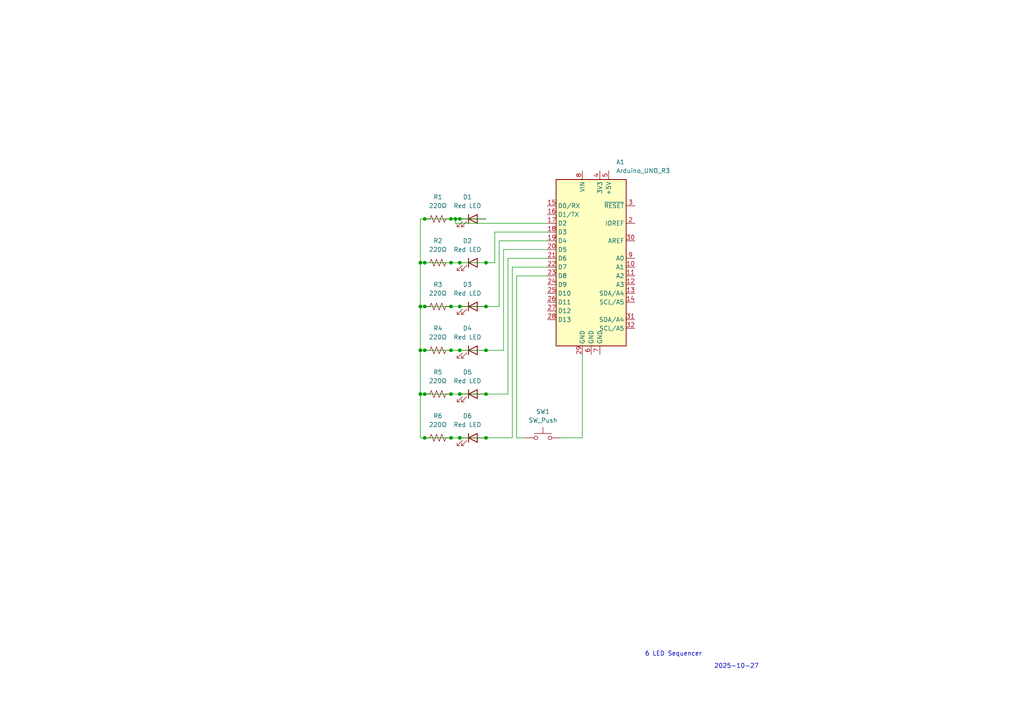
<source format=kicad_sch>
(kicad_sch
	(version 20250114)
	(generator "eeschema")
	(generator_version "9.0")
	(uuid "7595decb-0f21-4aa5-b161-f2a8bc613be9")
	(paper "A4")
	(lib_symbols
		(symbol "Device:LED"
			(pin_numbers
				(hide yes)
			)
			(pin_names
				(offset 1.016)
				(hide yes)
			)
			(exclude_from_sim no)
			(in_bom yes)
			(on_board yes)
			(property "Reference" "D"
				(at 0 2.54 0)
				(effects
					(font
						(size 1.27 1.27)
					)
				)
			)
			(property "Value" "LED"
				(at 0 -2.54 0)
				(effects
					(font
						(size 1.27 1.27)
					)
				)
			)
			(property "Footprint" ""
				(at 0 0 0)
				(effects
					(font
						(size 1.27 1.27)
					)
					(hide yes)
				)
			)
			(property "Datasheet" "~"
				(at 0 0 0)
				(effects
					(font
						(size 1.27 1.27)
					)
					(hide yes)
				)
			)
			(property "Description" "Light emitting diode"
				(at 0 0 0)
				(effects
					(font
						(size 1.27 1.27)
					)
					(hide yes)
				)
			)
			(property "Sim.Pins" "1=K 2=A"
				(at 0 0 0)
				(effects
					(font
						(size 1.27 1.27)
					)
					(hide yes)
				)
			)
			(property "ki_keywords" "LED diode"
				(at 0 0 0)
				(effects
					(font
						(size 1.27 1.27)
					)
					(hide yes)
				)
			)
			(property "ki_fp_filters" "LED* LED_SMD:* LED_THT:*"
				(at 0 0 0)
				(effects
					(font
						(size 1.27 1.27)
					)
					(hide yes)
				)
			)
			(symbol "LED_0_1"
				(polyline
					(pts
						(xy -3.048 -0.762) (xy -4.572 -2.286) (xy -3.81 -2.286) (xy -4.572 -2.286) (xy -4.572 -1.524)
					)
					(stroke
						(width 0)
						(type default)
					)
					(fill
						(type none)
					)
				)
				(polyline
					(pts
						(xy -1.778 -0.762) (xy -3.302 -2.286) (xy -2.54 -2.286) (xy -3.302 -2.286) (xy -3.302 -1.524)
					)
					(stroke
						(width 0)
						(type default)
					)
					(fill
						(type none)
					)
				)
				(polyline
					(pts
						(xy -1.27 0) (xy 1.27 0)
					)
					(stroke
						(width 0)
						(type default)
					)
					(fill
						(type none)
					)
				)
				(polyline
					(pts
						(xy -1.27 -1.27) (xy -1.27 1.27)
					)
					(stroke
						(width 0.254)
						(type default)
					)
					(fill
						(type none)
					)
				)
				(polyline
					(pts
						(xy 1.27 -1.27) (xy 1.27 1.27) (xy -1.27 0) (xy 1.27 -1.27)
					)
					(stroke
						(width 0.254)
						(type default)
					)
					(fill
						(type none)
					)
				)
			)
			(symbol "LED_1_1"
				(pin passive line
					(at -3.81 0 0)
					(length 2.54)
					(name "K"
						(effects
							(font
								(size 1.27 1.27)
							)
						)
					)
					(number "1"
						(effects
							(font
								(size 1.27 1.27)
							)
						)
					)
				)
				(pin passive line
					(at 3.81 0 180)
					(length 2.54)
					(name "A"
						(effects
							(font
								(size 1.27 1.27)
							)
						)
					)
					(number "2"
						(effects
							(font
								(size 1.27 1.27)
							)
						)
					)
				)
			)
			(embedded_fonts no)
		)
		(symbol "Device:R_US"
			(pin_numbers
				(hide yes)
			)
			(pin_names
				(offset 0)
			)
			(exclude_from_sim no)
			(in_bom yes)
			(on_board yes)
			(property "Reference" "R"
				(at 2.54 0 90)
				(effects
					(font
						(size 1.27 1.27)
					)
				)
			)
			(property "Value" "R_US"
				(at -2.54 0 90)
				(effects
					(font
						(size 1.27 1.27)
					)
				)
			)
			(property "Footprint" ""
				(at 1.016 -0.254 90)
				(effects
					(font
						(size 1.27 1.27)
					)
					(hide yes)
				)
			)
			(property "Datasheet" "~"
				(at 0 0 0)
				(effects
					(font
						(size 1.27 1.27)
					)
					(hide yes)
				)
			)
			(property "Description" "Resistor, US symbol"
				(at 0 0 0)
				(effects
					(font
						(size 1.27 1.27)
					)
					(hide yes)
				)
			)
			(property "ki_keywords" "R res resistor"
				(at 0 0 0)
				(effects
					(font
						(size 1.27 1.27)
					)
					(hide yes)
				)
			)
			(property "ki_fp_filters" "R_*"
				(at 0 0 0)
				(effects
					(font
						(size 1.27 1.27)
					)
					(hide yes)
				)
			)
			(symbol "R_US_0_1"
				(polyline
					(pts
						(xy 0 2.286) (xy 0 2.54)
					)
					(stroke
						(width 0)
						(type default)
					)
					(fill
						(type none)
					)
				)
				(polyline
					(pts
						(xy 0 2.286) (xy 1.016 1.905) (xy 0 1.524) (xy -1.016 1.143) (xy 0 0.762)
					)
					(stroke
						(width 0)
						(type default)
					)
					(fill
						(type none)
					)
				)
				(polyline
					(pts
						(xy 0 0.762) (xy 1.016 0.381) (xy 0 0) (xy -1.016 -0.381) (xy 0 -0.762)
					)
					(stroke
						(width 0)
						(type default)
					)
					(fill
						(type none)
					)
				)
				(polyline
					(pts
						(xy 0 -0.762) (xy 1.016 -1.143) (xy 0 -1.524) (xy -1.016 -1.905) (xy 0 -2.286)
					)
					(stroke
						(width 0)
						(type default)
					)
					(fill
						(type none)
					)
				)
				(polyline
					(pts
						(xy 0 -2.286) (xy 0 -2.54)
					)
					(stroke
						(width 0)
						(type default)
					)
					(fill
						(type none)
					)
				)
			)
			(symbol "R_US_1_1"
				(pin passive line
					(at 0 3.81 270)
					(length 1.27)
					(name "~"
						(effects
							(font
								(size 1.27 1.27)
							)
						)
					)
					(number "1"
						(effects
							(font
								(size 1.27 1.27)
							)
						)
					)
				)
				(pin passive line
					(at 0 -3.81 90)
					(length 1.27)
					(name "~"
						(effects
							(font
								(size 1.27 1.27)
							)
						)
					)
					(number "2"
						(effects
							(font
								(size 1.27 1.27)
							)
						)
					)
				)
			)
			(embedded_fonts no)
		)
		(symbol "MCU_Module:Arduino_UNO_R3"
			(exclude_from_sim no)
			(in_bom yes)
			(on_board yes)
			(property "Reference" "A"
				(at -10.16 23.495 0)
				(effects
					(font
						(size 1.27 1.27)
					)
					(justify left bottom)
				)
			)
			(property "Value" "Arduino_UNO_R3"
				(at 5.08 -26.67 0)
				(effects
					(font
						(size 1.27 1.27)
					)
					(justify left top)
				)
			)
			(property "Footprint" "Module:Arduino_UNO_R3"
				(at 0 0 0)
				(effects
					(font
						(size 1.27 1.27)
						(italic yes)
					)
					(hide yes)
				)
			)
			(property "Datasheet" "https://www.arduino.cc/en/Main/arduinoBoardUno"
				(at 0 0 0)
				(effects
					(font
						(size 1.27 1.27)
					)
					(hide yes)
				)
			)
			(property "Description" "Arduino UNO Microcontroller Module, release 3"
				(at 0 0 0)
				(effects
					(font
						(size 1.27 1.27)
					)
					(hide yes)
				)
			)
			(property "ki_keywords" "Arduino UNO R3 Microcontroller Module Atmel AVR USB"
				(at 0 0 0)
				(effects
					(font
						(size 1.27 1.27)
					)
					(hide yes)
				)
			)
			(property "ki_fp_filters" "Arduino*UNO*R3*"
				(at 0 0 0)
				(effects
					(font
						(size 1.27 1.27)
					)
					(hide yes)
				)
			)
			(symbol "Arduino_UNO_R3_0_1"
				(rectangle
					(start -10.16 22.86)
					(end 10.16 -25.4)
					(stroke
						(width 0.254)
						(type default)
					)
					(fill
						(type background)
					)
				)
			)
			(symbol "Arduino_UNO_R3_1_1"
				(pin bidirectional line
					(at -12.7 15.24 0)
					(length 2.54)
					(name "D0/RX"
						(effects
							(font
								(size 1.27 1.27)
							)
						)
					)
					(number "15"
						(effects
							(font
								(size 1.27 1.27)
							)
						)
					)
				)
				(pin bidirectional line
					(at -12.7 12.7 0)
					(length 2.54)
					(name "D1/TX"
						(effects
							(font
								(size 1.27 1.27)
							)
						)
					)
					(number "16"
						(effects
							(font
								(size 1.27 1.27)
							)
						)
					)
				)
				(pin bidirectional line
					(at -12.7 10.16 0)
					(length 2.54)
					(name "D2"
						(effects
							(font
								(size 1.27 1.27)
							)
						)
					)
					(number "17"
						(effects
							(font
								(size 1.27 1.27)
							)
						)
					)
				)
				(pin bidirectional line
					(at -12.7 7.62 0)
					(length 2.54)
					(name "D3"
						(effects
							(font
								(size 1.27 1.27)
							)
						)
					)
					(number "18"
						(effects
							(font
								(size 1.27 1.27)
							)
						)
					)
				)
				(pin bidirectional line
					(at -12.7 5.08 0)
					(length 2.54)
					(name "D4"
						(effects
							(font
								(size 1.27 1.27)
							)
						)
					)
					(number "19"
						(effects
							(font
								(size 1.27 1.27)
							)
						)
					)
				)
				(pin bidirectional line
					(at -12.7 2.54 0)
					(length 2.54)
					(name "D5"
						(effects
							(font
								(size 1.27 1.27)
							)
						)
					)
					(number "20"
						(effects
							(font
								(size 1.27 1.27)
							)
						)
					)
				)
				(pin bidirectional line
					(at -12.7 0 0)
					(length 2.54)
					(name "D6"
						(effects
							(font
								(size 1.27 1.27)
							)
						)
					)
					(number "21"
						(effects
							(font
								(size 1.27 1.27)
							)
						)
					)
				)
				(pin bidirectional line
					(at -12.7 -2.54 0)
					(length 2.54)
					(name "D7"
						(effects
							(font
								(size 1.27 1.27)
							)
						)
					)
					(number "22"
						(effects
							(font
								(size 1.27 1.27)
							)
						)
					)
				)
				(pin bidirectional line
					(at -12.7 -5.08 0)
					(length 2.54)
					(name "D8"
						(effects
							(font
								(size 1.27 1.27)
							)
						)
					)
					(number "23"
						(effects
							(font
								(size 1.27 1.27)
							)
						)
					)
				)
				(pin bidirectional line
					(at -12.7 -7.62 0)
					(length 2.54)
					(name "D9"
						(effects
							(font
								(size 1.27 1.27)
							)
						)
					)
					(number "24"
						(effects
							(font
								(size 1.27 1.27)
							)
						)
					)
				)
				(pin bidirectional line
					(at -12.7 -10.16 0)
					(length 2.54)
					(name "D10"
						(effects
							(font
								(size 1.27 1.27)
							)
						)
					)
					(number "25"
						(effects
							(font
								(size 1.27 1.27)
							)
						)
					)
				)
				(pin bidirectional line
					(at -12.7 -12.7 0)
					(length 2.54)
					(name "D11"
						(effects
							(font
								(size 1.27 1.27)
							)
						)
					)
					(number "26"
						(effects
							(font
								(size 1.27 1.27)
							)
						)
					)
				)
				(pin bidirectional line
					(at -12.7 -15.24 0)
					(length 2.54)
					(name "D12"
						(effects
							(font
								(size 1.27 1.27)
							)
						)
					)
					(number "27"
						(effects
							(font
								(size 1.27 1.27)
							)
						)
					)
				)
				(pin bidirectional line
					(at -12.7 -17.78 0)
					(length 2.54)
					(name "D13"
						(effects
							(font
								(size 1.27 1.27)
							)
						)
					)
					(number "28"
						(effects
							(font
								(size 1.27 1.27)
							)
						)
					)
				)
				(pin no_connect line
					(at -10.16 -20.32 0)
					(length 2.54)
					(hide yes)
					(name "NC"
						(effects
							(font
								(size 1.27 1.27)
							)
						)
					)
					(number "1"
						(effects
							(font
								(size 1.27 1.27)
							)
						)
					)
				)
				(pin power_in line
					(at -2.54 25.4 270)
					(length 2.54)
					(name "VIN"
						(effects
							(font
								(size 1.27 1.27)
							)
						)
					)
					(number "8"
						(effects
							(font
								(size 1.27 1.27)
							)
						)
					)
				)
				(pin power_in line
					(at -2.54 -27.94 90)
					(length 2.54)
					(name "GND"
						(effects
							(font
								(size 1.27 1.27)
							)
						)
					)
					(number "29"
						(effects
							(font
								(size 1.27 1.27)
							)
						)
					)
				)
				(pin power_in line
					(at 0 -27.94 90)
					(length 2.54)
					(name "GND"
						(effects
							(font
								(size 1.27 1.27)
							)
						)
					)
					(number "6"
						(effects
							(font
								(size 1.27 1.27)
							)
						)
					)
				)
				(pin power_out line
					(at 2.54 25.4 270)
					(length 2.54)
					(name "3V3"
						(effects
							(font
								(size 1.27 1.27)
							)
						)
					)
					(number "4"
						(effects
							(font
								(size 1.27 1.27)
							)
						)
					)
				)
				(pin power_in line
					(at 2.54 -27.94 90)
					(length 2.54)
					(name "GND"
						(effects
							(font
								(size 1.27 1.27)
							)
						)
					)
					(number "7"
						(effects
							(font
								(size 1.27 1.27)
							)
						)
					)
				)
				(pin power_out line
					(at 5.08 25.4 270)
					(length 2.54)
					(name "+5V"
						(effects
							(font
								(size 1.27 1.27)
							)
						)
					)
					(number "5"
						(effects
							(font
								(size 1.27 1.27)
							)
						)
					)
				)
				(pin input line
					(at 12.7 15.24 180)
					(length 2.54)
					(name "~{RESET}"
						(effects
							(font
								(size 1.27 1.27)
							)
						)
					)
					(number "3"
						(effects
							(font
								(size 1.27 1.27)
							)
						)
					)
				)
				(pin output line
					(at 12.7 10.16 180)
					(length 2.54)
					(name "IOREF"
						(effects
							(font
								(size 1.27 1.27)
							)
						)
					)
					(number "2"
						(effects
							(font
								(size 1.27 1.27)
							)
						)
					)
				)
				(pin input line
					(at 12.7 5.08 180)
					(length 2.54)
					(name "AREF"
						(effects
							(font
								(size 1.27 1.27)
							)
						)
					)
					(number "30"
						(effects
							(font
								(size 1.27 1.27)
							)
						)
					)
				)
				(pin bidirectional line
					(at 12.7 0 180)
					(length 2.54)
					(name "A0"
						(effects
							(font
								(size 1.27 1.27)
							)
						)
					)
					(number "9"
						(effects
							(font
								(size 1.27 1.27)
							)
						)
					)
				)
				(pin bidirectional line
					(at 12.7 -2.54 180)
					(length 2.54)
					(name "A1"
						(effects
							(font
								(size 1.27 1.27)
							)
						)
					)
					(number "10"
						(effects
							(font
								(size 1.27 1.27)
							)
						)
					)
				)
				(pin bidirectional line
					(at 12.7 -5.08 180)
					(length 2.54)
					(name "A2"
						(effects
							(font
								(size 1.27 1.27)
							)
						)
					)
					(number "11"
						(effects
							(font
								(size 1.27 1.27)
							)
						)
					)
				)
				(pin bidirectional line
					(at 12.7 -7.62 180)
					(length 2.54)
					(name "A3"
						(effects
							(font
								(size 1.27 1.27)
							)
						)
					)
					(number "12"
						(effects
							(font
								(size 1.27 1.27)
							)
						)
					)
				)
				(pin bidirectional line
					(at 12.7 -10.16 180)
					(length 2.54)
					(name "SDA/A4"
						(effects
							(font
								(size 1.27 1.27)
							)
						)
					)
					(number "13"
						(effects
							(font
								(size 1.27 1.27)
							)
						)
					)
				)
				(pin bidirectional line
					(at 12.7 -12.7 180)
					(length 2.54)
					(name "SCL/A5"
						(effects
							(font
								(size 1.27 1.27)
							)
						)
					)
					(number "14"
						(effects
							(font
								(size 1.27 1.27)
							)
						)
					)
				)
				(pin bidirectional line
					(at 12.7 -17.78 180)
					(length 2.54)
					(name "SDA/A4"
						(effects
							(font
								(size 1.27 1.27)
							)
						)
					)
					(number "31"
						(effects
							(font
								(size 1.27 1.27)
							)
						)
					)
				)
				(pin bidirectional line
					(at 12.7 -20.32 180)
					(length 2.54)
					(name "SCL/A5"
						(effects
							(font
								(size 1.27 1.27)
							)
						)
					)
					(number "32"
						(effects
							(font
								(size 1.27 1.27)
							)
						)
					)
				)
			)
			(embedded_fonts no)
		)
		(symbol "Switch:SW_Push"
			(pin_numbers
				(hide yes)
			)
			(pin_names
				(offset 1.016)
				(hide yes)
			)
			(exclude_from_sim no)
			(in_bom yes)
			(on_board yes)
			(property "Reference" "SW"
				(at 1.27 2.54 0)
				(effects
					(font
						(size 1.27 1.27)
					)
					(justify left)
				)
			)
			(property "Value" "SW_Push"
				(at 0 -1.524 0)
				(effects
					(font
						(size 1.27 1.27)
					)
				)
			)
			(property "Footprint" ""
				(at 0 5.08 0)
				(effects
					(font
						(size 1.27 1.27)
					)
					(hide yes)
				)
			)
			(property "Datasheet" "~"
				(at 0 5.08 0)
				(effects
					(font
						(size 1.27 1.27)
					)
					(hide yes)
				)
			)
			(property "Description" "Push button switch, generic, two pins"
				(at 0 0 0)
				(effects
					(font
						(size 1.27 1.27)
					)
					(hide yes)
				)
			)
			(property "ki_keywords" "switch normally-open pushbutton push-button"
				(at 0 0 0)
				(effects
					(font
						(size 1.27 1.27)
					)
					(hide yes)
				)
			)
			(symbol "SW_Push_0_1"
				(circle
					(center -2.032 0)
					(radius 0.508)
					(stroke
						(width 0)
						(type default)
					)
					(fill
						(type none)
					)
				)
				(polyline
					(pts
						(xy 0 1.27) (xy 0 3.048)
					)
					(stroke
						(width 0)
						(type default)
					)
					(fill
						(type none)
					)
				)
				(circle
					(center 2.032 0)
					(radius 0.508)
					(stroke
						(width 0)
						(type default)
					)
					(fill
						(type none)
					)
				)
				(polyline
					(pts
						(xy 2.54 1.27) (xy -2.54 1.27)
					)
					(stroke
						(width 0)
						(type default)
					)
					(fill
						(type none)
					)
				)
				(pin passive line
					(at -5.08 0 0)
					(length 2.54)
					(name "1"
						(effects
							(font
								(size 1.27 1.27)
							)
						)
					)
					(number "1"
						(effects
							(font
								(size 1.27 1.27)
							)
						)
					)
				)
				(pin passive line
					(at 5.08 0 180)
					(length 2.54)
					(name "2"
						(effects
							(font
								(size 1.27 1.27)
							)
						)
					)
					(number "2"
						(effects
							(font
								(size 1.27 1.27)
							)
						)
					)
				)
			)
			(embedded_fonts no)
		)
	)
	(text "6 LED Sequencer\n"
		(exclude_from_sim no)
		(at 195.326 189.738 0)
		(effects
			(font
				(size 1.27 1.27)
			)
		)
		(uuid "53b7d0f6-707d-4814-ab77-74da4f83efce")
	)
	(text "2025-10-27"
		(exclude_from_sim no)
		(at 213.614 193.294 0)
		(effects
			(font
				(size 1.27 1.27)
			)
		)
		(uuid "a3c22aee-c962-4e14-8491-53e69f76d3c1")
	)
	(junction
		(at 130.81 101.6)
		(diameter 0)
		(color 0 0 0 0)
		(uuid "05bff1fb-324c-4357-8355-8c16e2a39004")
	)
	(junction
		(at 121.92 76.2)
		(diameter 0)
		(color 0 0 0 0)
		(uuid "07135a9e-3774-42f4-8314-3bec9ecb4874")
	)
	(junction
		(at 121.92 88.9)
		(diameter 0)
		(color 0 0 0 0)
		(uuid "086437e4-883f-4932-8510-593f112b88ae")
	)
	(junction
		(at 140.97 114.3)
		(diameter 0)
		(color 0 0 0 0)
		(uuid "0a576263-b2e9-49fd-87aa-89358b0fd657")
	)
	(junction
		(at 123.19 63.5)
		(diameter 0)
		(color 0 0 0 0)
		(uuid "0c5a2f7f-610c-4a28-9159-53bfc656cd3a")
	)
	(junction
		(at 140.97 88.9)
		(diameter 0)
		(color 0 0 0 0)
		(uuid "1af4a9f9-56b9-41f7-bdac-9222ece7f3ca")
	)
	(junction
		(at 121.92 101.6)
		(diameter 0)
		(color 0 0 0 0)
		(uuid "1c98bd3c-57a6-4b59-a868-5dab9fbccfb2")
	)
	(junction
		(at 133.35 63.5)
		(diameter 0)
		(color 0 0 0 0)
		(uuid "26f4a947-febf-4964-9562-74ce0c7fc3c2")
	)
	(junction
		(at 133.35 127)
		(diameter 0)
		(color 0 0 0 0)
		(uuid "402a584b-3602-4261-8007-36cb02e4bd4f")
	)
	(junction
		(at 133.35 76.2)
		(diameter 0)
		(color 0 0 0 0)
		(uuid "41ab8ad7-73ab-45d1-9b5b-ff88f2bd4984")
	)
	(junction
		(at 123.19 114.3)
		(diameter 0)
		(color 0 0 0 0)
		(uuid "4c22bd70-1b02-4a24-8aaa-c8031b24a7a0")
	)
	(junction
		(at 130.81 88.9)
		(diameter 0)
		(color 0 0 0 0)
		(uuid "555bb57b-8428-46d7-8a22-64f1ce77ae1b")
	)
	(junction
		(at 133.35 88.9)
		(diameter 0)
		(color 0 0 0 0)
		(uuid "55ea0190-42c0-4156-a975-1d3d3b960d09")
	)
	(junction
		(at 123.19 76.2)
		(diameter 0)
		(color 0 0 0 0)
		(uuid "822fcff2-c247-4c3c-bddd-a42895b04811")
	)
	(junction
		(at 121.92 114.3)
		(diameter 0)
		(color 0 0 0 0)
		(uuid "8526ef76-7ec3-4682-a288-30ef7981f226")
	)
	(junction
		(at 130.81 63.5)
		(diameter 0)
		(color 0 0 0 0)
		(uuid "8bfc4737-fbfb-4db1-8c08-fd96234579c7")
	)
	(junction
		(at 140.97 76.2)
		(diameter 0)
		(color 0 0 0 0)
		(uuid "a3a992fd-7175-4383-9bf2-d29aa9ea9a94")
	)
	(junction
		(at 133.35 101.6)
		(diameter 0)
		(color 0 0 0 0)
		(uuid "aecef8c4-d251-4904-9d56-5cb98196b6de")
	)
	(junction
		(at 123.19 127)
		(diameter 0)
		(color 0 0 0 0)
		(uuid "b271a4e2-940a-43d7-b7ee-77aaa3030746")
	)
	(junction
		(at 123.19 101.6)
		(diameter 0)
		(color 0 0 0 0)
		(uuid "b64b1cbc-c3ca-4c74-acc6-99539bcdc0f9")
	)
	(junction
		(at 130.81 76.2)
		(diameter 0)
		(color 0 0 0 0)
		(uuid "bac768df-ff73-46c5-8ae1-7969729a67d9")
	)
	(junction
		(at 130.81 127)
		(diameter 0)
		(color 0 0 0 0)
		(uuid "bf14db3e-21c2-46e6-9e69-8cf669601e0d")
	)
	(junction
		(at 140.97 127)
		(diameter 0)
		(color 0 0 0 0)
		(uuid "c21c57b9-fdd0-4a3d-bf7f-9514952b50d0")
	)
	(junction
		(at 132.08 63.5)
		(diameter 0)
		(color 0 0 0 0)
		(uuid "d2f6f339-cc3c-480e-ab3d-0a467a4f2a57")
	)
	(junction
		(at 130.81 114.3)
		(diameter 0)
		(color 0 0 0 0)
		(uuid "d35d8c7a-1181-48f1-8c60-721f5cedf28f")
	)
	(junction
		(at 140.97 101.6)
		(diameter 0)
		(color 0 0 0 0)
		(uuid "ef9f77ba-02c0-46fc-9bd6-6271ecc6b8ae")
	)
	(junction
		(at 133.35 114.3)
		(diameter 0)
		(color 0 0 0 0)
		(uuid "f5416d54-0848-4b47-a9b2-6bfb3625cff5")
	)
	(junction
		(at 123.19 88.9)
		(diameter 0)
		(color 0 0 0 0)
		(uuid "fa37914a-1ecf-4e0c-b3c6-e71d6143cad5")
	)
	(wire
		(pts
			(xy 140.97 63.5) (xy 133.35 63.5)
		)
		(stroke
			(width 0)
			(type default)
		)
		(uuid "017d6845-4248-4459-83ea-d51e847ec8a0")
	)
	(wire
		(pts
			(xy 149.86 127) (xy 152.4 127)
		)
		(stroke
			(width 0)
			(type default)
		)
		(uuid "0bfacef9-0871-4b65-b185-38dfc63370e6")
	)
	(wire
		(pts
			(xy 147.32 74.93) (xy 158.75 74.93)
		)
		(stroke
			(width 0)
			(type default)
		)
		(uuid "0e4cbbf5-523d-4e28-afd4-96255c0f1abe")
	)
	(wire
		(pts
			(xy 140.97 114.3) (xy 147.32 114.3)
		)
		(stroke
			(width 0)
			(type default)
		)
		(uuid "162525c1-781a-4d38-b891-c5829ec1bed3")
	)
	(wire
		(pts
			(xy 140.97 76.2) (xy 143.51 76.2)
		)
		(stroke
			(width 0)
			(type default)
		)
		(uuid "18b075ba-c018-48e1-b549-b2bce0c51929")
	)
	(wire
		(pts
			(xy 148.59 77.47) (xy 158.75 77.47)
		)
		(stroke
			(width 0)
			(type default)
		)
		(uuid "1b07fa0a-b60a-4419-afa7-4b3465542be5")
	)
	(wire
		(pts
			(xy 121.92 76.2) (xy 123.19 76.2)
		)
		(stroke
			(width 0)
			(type default)
		)
		(uuid "1c35eaf6-c817-4cea-9632-e1f2ed16704a")
	)
	(wire
		(pts
			(xy 130.81 63.5) (xy 132.08 63.5)
		)
		(stroke
			(width 0)
			(type default)
		)
		(uuid "28a34ee5-5372-45b2-9cc0-3f7cf93a8bf6")
	)
	(wire
		(pts
			(xy 132.08 63.5) (xy 132.08 64.77)
		)
		(stroke
			(width 0)
			(type default)
		)
		(uuid "29076e53-dfad-4744-a3bc-c83f2749937c")
	)
	(wire
		(pts
			(xy 130.81 88.9) (xy 133.35 88.9)
		)
		(stroke
			(width 0)
			(type default)
		)
		(uuid "2b7ac5f8-baa3-410a-a1f5-fbe122d79f77")
	)
	(wire
		(pts
			(xy 123.19 127) (xy 130.81 127)
		)
		(stroke
			(width 0)
			(type default)
		)
		(uuid "2f5a955f-10ef-404f-b5ab-a567a61f1cdf")
	)
	(wire
		(pts
			(xy 140.97 101.6) (xy 133.35 101.6)
		)
		(stroke
			(width 0)
			(type default)
		)
		(uuid "307464b5-058d-42ce-821a-7dc203ebb168")
	)
	(wire
		(pts
			(xy 121.92 63.5) (xy 123.19 63.5)
		)
		(stroke
			(width 0)
			(type default)
		)
		(uuid "32288780-c7ba-4892-a734-cb125ff59dfd")
	)
	(wire
		(pts
			(xy 121.92 101.6) (xy 121.92 114.3)
		)
		(stroke
			(width 0)
			(type default)
		)
		(uuid "387c4f13-12c3-4df3-a0a7-a989203cdc17")
	)
	(wire
		(pts
			(xy 121.92 63.5) (xy 121.92 76.2)
		)
		(stroke
			(width 0)
			(type default)
		)
		(uuid "3d212a5b-ba7f-4f61-b94f-2f6347848e48")
	)
	(wire
		(pts
			(xy 123.19 101.6) (xy 130.81 101.6)
		)
		(stroke
			(width 0)
			(type default)
		)
		(uuid "41bfb27e-3f01-4baa-ac18-e1b352abef92")
	)
	(wire
		(pts
			(xy 140.97 114.3) (xy 133.35 114.3)
		)
		(stroke
			(width 0)
			(type default)
		)
		(uuid "4212c15d-1149-4243-994d-f2bba97725d9")
	)
	(wire
		(pts
			(xy 121.92 127) (xy 123.19 127)
		)
		(stroke
			(width 0)
			(type default)
		)
		(uuid "44ed7634-5023-43a2-8672-a84c947fe9b2")
	)
	(wire
		(pts
			(xy 123.19 63.5) (xy 130.81 63.5)
		)
		(stroke
			(width 0)
			(type default)
		)
		(uuid "47bcc07e-0788-44b8-9f59-68853ac48e82")
	)
	(wire
		(pts
			(xy 140.97 88.9) (xy 144.78 88.9)
		)
		(stroke
			(width 0)
			(type default)
		)
		(uuid "4d367f56-0550-4b41-a776-1fec0d934770")
	)
	(wire
		(pts
			(xy 121.92 76.2) (xy 121.92 88.9)
		)
		(stroke
			(width 0)
			(type default)
		)
		(uuid "525a035d-e262-4652-8a91-26d96bc37092")
	)
	(wire
		(pts
			(xy 147.32 114.3) (xy 147.32 74.93)
		)
		(stroke
			(width 0)
			(type default)
		)
		(uuid "5736654d-3924-47c3-bf78-e67638f5f00d")
	)
	(wire
		(pts
			(xy 146.05 101.6) (xy 146.05 72.39)
		)
		(stroke
			(width 0)
			(type default)
		)
		(uuid "5906833d-10bb-41df-82c2-ebdf19cac666")
	)
	(wire
		(pts
			(xy 121.92 114.3) (xy 123.19 114.3)
		)
		(stroke
			(width 0)
			(type default)
		)
		(uuid "62c97168-5f76-4d68-8278-08d78b5546b1")
	)
	(wire
		(pts
			(xy 123.19 76.2) (xy 130.81 76.2)
		)
		(stroke
			(width 0)
			(type default)
		)
		(uuid "646d4695-7ac6-4768-980e-0ca0dfec1472")
	)
	(wire
		(pts
			(xy 168.91 102.87) (xy 168.91 127)
		)
		(stroke
			(width 0)
			(type default)
		)
		(uuid "6f019944-65fe-4afc-b17f-8a2aae2d4d76")
	)
	(wire
		(pts
			(xy 162.56 127) (xy 168.91 127)
		)
		(stroke
			(width 0)
			(type default)
		)
		(uuid "717089df-c1c8-4492-b6bf-5e54c8c3e14b")
	)
	(wire
		(pts
			(xy 140.97 88.9) (xy 133.35 88.9)
		)
		(stroke
			(width 0)
			(type default)
		)
		(uuid "722659c1-b83e-49e5-8199-d7bdbbffbf67")
	)
	(wire
		(pts
			(xy 143.51 67.31) (xy 158.75 67.31)
		)
		(stroke
			(width 0)
			(type default)
		)
		(uuid "80d17132-1ec6-4747-a4d5-6fd61d9f3f6f")
	)
	(wire
		(pts
			(xy 121.92 114.3) (xy 121.92 127)
		)
		(stroke
			(width 0)
			(type default)
		)
		(uuid "89edf6c6-ad28-40f3-96dc-38ed84bba05c")
	)
	(wire
		(pts
			(xy 149.86 80.01) (xy 149.86 127)
		)
		(stroke
			(width 0)
			(type default)
		)
		(uuid "96801a86-903e-43af-b8a7-a0886612a91b")
	)
	(wire
		(pts
			(xy 130.81 127) (xy 133.35 127)
		)
		(stroke
			(width 0)
			(type default)
		)
		(uuid "979848c4-beaa-4099-b56b-79eee3e81c6d")
	)
	(wire
		(pts
			(xy 123.19 88.9) (xy 130.81 88.9)
		)
		(stroke
			(width 0)
			(type default)
		)
		(uuid "9b4d33b6-b92d-497a-95a5-0ddde1287bc7")
	)
	(wire
		(pts
			(xy 123.19 114.3) (xy 130.81 114.3)
		)
		(stroke
			(width 0)
			(type default)
		)
		(uuid "9eb0761d-ce09-491d-83f3-60a77ab9befb")
	)
	(wire
		(pts
			(xy 132.08 64.77) (xy 158.75 64.77)
		)
		(stroke
			(width 0)
			(type default)
		)
		(uuid "9f357edf-a544-40a9-97bb-3aa103a5ab4c")
	)
	(wire
		(pts
			(xy 121.92 88.9) (xy 123.19 88.9)
		)
		(stroke
			(width 0)
			(type default)
		)
		(uuid "a0c80a14-d851-4874-b0c6-124e10715853")
	)
	(wire
		(pts
			(xy 130.81 101.6) (xy 133.35 101.6)
		)
		(stroke
			(width 0)
			(type default)
		)
		(uuid "a65876e6-0183-45ec-9fa4-ecdb67c64da1")
	)
	(wire
		(pts
			(xy 130.81 114.3) (xy 133.35 114.3)
		)
		(stroke
			(width 0)
			(type default)
		)
		(uuid "b0b25404-e120-470e-a456-21f518132b7e")
	)
	(wire
		(pts
			(xy 132.08 63.5) (xy 133.35 63.5)
		)
		(stroke
			(width 0)
			(type default)
		)
		(uuid "c7070776-9a7d-4e07-a7cf-7ebf35913a49")
	)
	(wire
		(pts
			(xy 130.81 76.2) (xy 133.35 76.2)
		)
		(stroke
			(width 0)
			(type default)
		)
		(uuid "c9ede5c6-685d-498c-a089-482fb595cf1a")
	)
	(wire
		(pts
			(xy 140.97 76.2) (xy 133.35 76.2)
		)
		(stroke
			(width 0)
			(type default)
		)
		(uuid "cca3ffc8-44d6-4fa9-9b6a-26f3d165a650")
	)
	(wire
		(pts
			(xy 144.78 69.85) (xy 158.75 69.85)
		)
		(stroke
			(width 0)
			(type default)
		)
		(uuid "d5b3519d-b2d7-44ee-9019-9fd6d09afd4e")
	)
	(wire
		(pts
			(xy 146.05 72.39) (xy 158.75 72.39)
		)
		(stroke
			(width 0)
			(type default)
		)
		(uuid "d6531136-3c32-4560-85c5-bd2f9edba3ec")
	)
	(wire
		(pts
			(xy 140.97 101.6) (xy 146.05 101.6)
		)
		(stroke
			(width 0)
			(type default)
		)
		(uuid "d8bbb3fb-32fa-4168-869b-3bdb5e5fedba")
	)
	(wire
		(pts
			(xy 144.78 69.85) (xy 144.78 88.9)
		)
		(stroke
			(width 0)
			(type default)
		)
		(uuid "e1ea27c5-8a95-4292-9ec6-53bccff9dd0c")
	)
	(wire
		(pts
			(xy 148.59 127) (xy 148.59 77.47)
		)
		(stroke
			(width 0)
			(type default)
		)
		(uuid "e8cbb92d-bbe4-4131-bd8e-d31b86f1cfe0")
	)
	(wire
		(pts
			(xy 143.51 67.31) (xy 143.51 76.2)
		)
		(stroke
			(width 0)
			(type default)
		)
		(uuid "ec4f5e0e-f8b7-4a7e-8e0c-12a0d300d0c6")
	)
	(wire
		(pts
			(xy 121.92 88.9) (xy 121.92 101.6)
		)
		(stroke
			(width 0)
			(type default)
		)
		(uuid "f10b2187-ddae-4613-88fc-4302ed3e8ddd")
	)
	(wire
		(pts
			(xy 121.92 101.6) (xy 123.19 101.6)
		)
		(stroke
			(width 0)
			(type default)
		)
		(uuid "f1335140-67bb-4aa0-a660-c31e3dcaa85e")
	)
	(wire
		(pts
			(xy 140.97 127) (xy 148.59 127)
		)
		(stroke
			(width 0)
			(type default)
		)
		(uuid "f7a981fd-e29a-4dda-a14a-8c06b232bab7")
	)
	(wire
		(pts
			(xy 140.97 127) (xy 133.35 127)
		)
		(stroke
			(width 0)
			(type default)
		)
		(uuid "f85feaa2-2bcd-4491-89d6-b3c85064e55b")
	)
	(wire
		(pts
			(xy 149.86 80.01) (xy 158.75 80.01)
		)
		(stroke
			(width 0)
			(type default)
		)
		(uuid "fb9dbaa5-56db-4b05-bb74-a2373921776f")
	)
	(symbol
		(lib_id "Device:LED")
		(at 137.16 127 0)
		(unit 1)
		(exclude_from_sim no)
		(in_bom yes)
		(on_board yes)
		(dnp no)
		(fields_autoplaced yes)
		(uuid "0148fa68-f175-4021-a504-6388808e702f")
		(property "Reference" "D6"
			(at 135.5725 120.65 0)
			(effects
				(font
					(size 1.27 1.27)
				)
			)
		)
		(property "Value" "Red LED"
			(at 135.5725 123.19 0)
			(effects
				(font
					(size 1.27 1.27)
				)
			)
		)
		(property "Footprint" ""
			(at 137.16 127 0)
			(effects
				(font
					(size 1.27 1.27)
				)
				(hide yes)
			)
		)
		(property "Datasheet" "~"
			(at 137.16 127 0)
			(effects
				(font
					(size 1.27 1.27)
				)
				(hide yes)
			)
		)
		(property "Description" "Light emitting diode"
			(at 137.16 127 0)
			(effects
				(font
					(size 1.27 1.27)
				)
				(hide yes)
			)
		)
		(property "Sim.Pins" "1=K 2=A"
			(at 137.16 127 0)
			(effects
				(font
					(size 1.27 1.27)
				)
				(hide yes)
			)
		)
		(pin "1"
			(uuid "77f2ae17-4c21-4d73-b1ab-adbc8205b7de")
		)
		(pin "2"
			(uuid "99aebc9a-d588-4275-844e-0b83c044fe88")
		)
		(instances
			(project ""
				(path "/7595decb-0f21-4aa5-b161-f2a8bc613be9"
					(reference "D6")
					(unit 1)
				)
			)
		)
	)
	(symbol
		(lib_id "Device:LED")
		(at 137.16 114.3 0)
		(unit 1)
		(exclude_from_sim no)
		(in_bom yes)
		(on_board yes)
		(dnp no)
		(fields_autoplaced yes)
		(uuid "0c73479a-b10a-4a6c-80c1-3807ff46e746")
		(property "Reference" "D5"
			(at 135.5725 107.95 0)
			(effects
				(font
					(size 1.27 1.27)
				)
			)
		)
		(property "Value" "Red LED"
			(at 135.5725 110.49 0)
			(effects
				(font
					(size 1.27 1.27)
				)
			)
		)
		(property "Footprint" ""
			(at 137.16 114.3 0)
			(effects
				(font
					(size 1.27 1.27)
				)
				(hide yes)
			)
		)
		(property "Datasheet" "~"
			(at 137.16 114.3 0)
			(effects
				(font
					(size 1.27 1.27)
				)
				(hide yes)
			)
		)
		(property "Description" "Light emitting diode"
			(at 137.16 114.3 0)
			(effects
				(font
					(size 1.27 1.27)
				)
				(hide yes)
			)
		)
		(property "Sim.Pins" "1=K 2=A"
			(at 137.16 114.3 0)
			(effects
				(font
					(size 1.27 1.27)
				)
				(hide yes)
			)
		)
		(pin "1"
			(uuid "77f2ae17-4c21-4d73-b1ab-adbc8205b7de")
		)
		(pin "2"
			(uuid "99aebc9a-d588-4275-844e-0b83c044fe88")
		)
		(instances
			(project ""
				(path "/7595decb-0f21-4aa5-b161-f2a8bc613be9"
					(reference "D5")
					(unit 1)
				)
			)
		)
	)
	(symbol
		(lib_id "Device:LED")
		(at 137.16 101.6 0)
		(unit 1)
		(exclude_from_sim no)
		(in_bom yes)
		(on_board yes)
		(dnp no)
		(fields_autoplaced yes)
		(uuid "13e3d958-4793-4e60-93a2-2ef3b9c537d4")
		(property "Reference" "D4"
			(at 135.5725 95.25 0)
			(effects
				(font
					(size 1.27 1.27)
				)
			)
		)
		(property "Value" "Red LED"
			(at 135.5725 97.79 0)
			(effects
				(font
					(size 1.27 1.27)
				)
			)
		)
		(property "Footprint" ""
			(at 137.16 101.6 0)
			(effects
				(font
					(size 1.27 1.27)
				)
				(hide yes)
			)
		)
		(property "Datasheet" "~"
			(at 137.16 101.6 0)
			(effects
				(font
					(size 1.27 1.27)
				)
				(hide yes)
			)
		)
		(property "Description" "Light emitting diode"
			(at 137.16 101.6 0)
			(effects
				(font
					(size 1.27 1.27)
				)
				(hide yes)
			)
		)
		(property "Sim.Pins" "1=K 2=A"
			(at 137.16 101.6 0)
			(effects
				(font
					(size 1.27 1.27)
				)
				(hide yes)
			)
		)
		(pin "1"
			(uuid "77f2ae17-4c21-4d73-b1ab-adbc8205b7de")
		)
		(pin "2"
			(uuid "99aebc9a-d588-4275-844e-0b83c044fe88")
		)
		(instances
			(project ""
				(path "/7595decb-0f21-4aa5-b161-f2a8bc613be9"
					(reference "D4")
					(unit 1)
				)
			)
		)
	)
	(symbol
		(lib_id "Device:R_US")
		(at 127 101.6 270)
		(unit 1)
		(exclude_from_sim no)
		(in_bom yes)
		(on_board yes)
		(dnp no)
		(fields_autoplaced yes)
		(uuid "26673066-acdc-48b9-96eb-c0d241104fe8")
		(property "Reference" "R4"
			(at 127 95.25 90)
			(effects
				(font
					(size 1.27 1.27)
				)
			)
		)
		(property "Value" "220Ω"
			(at 127 97.79 90)
			(effects
				(font
					(size 1.27 1.27)
				)
			)
		)
		(property "Footprint" ""
			(at 126.746 102.616 90)
			(effects
				(font
					(size 1.27 1.27)
				)
				(hide yes)
			)
		)
		(property "Datasheet" "~"
			(at 127 101.6 0)
			(effects
				(font
					(size 1.27 1.27)
				)
				(hide yes)
			)
		)
		(property "Description" "Resistor, US symbol"
			(at 127 101.6 0)
			(effects
				(font
					(size 1.27 1.27)
				)
				(hide yes)
			)
		)
		(pin "2"
			(uuid "cc1a5fff-4491-4e9d-89b4-95f9bbeb06ce")
		)
		(pin "1"
			(uuid "44bd241c-a53a-4bf9-8c09-21d33dfc267d")
		)
		(instances
			(project ""
				(path "/7595decb-0f21-4aa5-b161-f2a8bc613be9"
					(reference "R4")
					(unit 1)
				)
			)
		)
	)
	(symbol
		(lib_id "Device:R_US")
		(at 127 88.9 270)
		(unit 1)
		(exclude_from_sim no)
		(in_bom yes)
		(on_board yes)
		(dnp no)
		(fields_autoplaced yes)
		(uuid "33f2bc91-7714-4a92-9ece-9ee89a1d1b78")
		(property "Reference" "R3"
			(at 127 82.55 90)
			(effects
				(font
					(size 1.27 1.27)
				)
			)
		)
		(property "Value" "220Ω"
			(at 127 85.09 90)
			(effects
				(font
					(size 1.27 1.27)
				)
			)
		)
		(property "Footprint" ""
			(at 126.746 89.916 90)
			(effects
				(font
					(size 1.27 1.27)
				)
				(hide yes)
			)
		)
		(property "Datasheet" "~"
			(at 127 88.9 0)
			(effects
				(font
					(size 1.27 1.27)
				)
				(hide yes)
			)
		)
		(property "Description" "Resistor, US symbol"
			(at 127 88.9 0)
			(effects
				(font
					(size 1.27 1.27)
				)
				(hide yes)
			)
		)
		(pin "2"
			(uuid "cc1a5fff-4491-4e9d-89b4-95f9bbeb06ce")
		)
		(pin "1"
			(uuid "44bd241c-a53a-4bf9-8c09-21d33dfc267d")
		)
		(instances
			(project ""
				(path "/7595decb-0f21-4aa5-b161-f2a8bc613be9"
					(reference "R3")
					(unit 1)
				)
			)
		)
	)
	(symbol
		(lib_id "Switch:SW_Push")
		(at 157.48 127 0)
		(unit 1)
		(exclude_from_sim no)
		(in_bom yes)
		(on_board yes)
		(dnp no)
		(fields_autoplaced yes)
		(uuid "63d443f1-081b-4d25-82e1-315cb39dd6f3")
		(property "Reference" "SW1"
			(at 157.48 119.38 0)
			(effects
				(font
					(size 1.27 1.27)
				)
			)
		)
		(property "Value" "SW_Push"
			(at 157.48 121.92 0)
			(effects
				(font
					(size 1.27 1.27)
				)
			)
		)
		(property "Footprint" ""
			(at 157.48 121.92 0)
			(effects
				(font
					(size 1.27 1.27)
				)
				(hide yes)
			)
		)
		(property "Datasheet" "~"
			(at 157.48 121.92 0)
			(effects
				(font
					(size 1.27 1.27)
				)
				(hide yes)
			)
		)
		(property "Description" "Push button switch, generic, two pins"
			(at 157.48 127 0)
			(effects
				(font
					(size 1.27 1.27)
				)
				(hide yes)
			)
		)
		(pin "1"
			(uuid "40369e23-70d7-4ad6-b5f7-2332e2409fa6")
		)
		(pin "2"
			(uuid "84356a96-3175-42f7-b724-42d5981a6525")
		)
		(instances
			(project ""
				(path "/7595decb-0f21-4aa5-b161-f2a8bc613be9"
					(reference "SW1")
					(unit 1)
				)
			)
		)
	)
	(symbol
		(lib_id "MCU_Module:Arduino_UNO_R3")
		(at 171.45 74.93 0)
		(unit 1)
		(exclude_from_sim no)
		(in_bom yes)
		(on_board yes)
		(dnp no)
		(fields_autoplaced yes)
		(uuid "6484c263-c1c7-4d8e-b8ee-a278b5dfe8fd")
		(property "Reference" "A1"
			(at 178.6733 46.99 0)
			(effects
				(font
					(size 1.27 1.27)
				)
				(justify left)
			)
		)
		(property "Value" "Arduino_UNO_R3"
			(at 178.6733 49.53 0)
			(effects
				(font
					(size 1.27 1.27)
				)
				(justify left)
			)
		)
		(property "Footprint" "Module:Arduino_UNO_R3"
			(at 171.45 74.93 0)
			(effects
				(font
					(size 1.27 1.27)
					(italic yes)
				)
				(hide yes)
			)
		)
		(property "Datasheet" "https://www.arduino.cc/en/Main/arduinoBoardUno"
			(at 171.45 74.93 0)
			(effects
				(font
					(size 1.27 1.27)
				)
				(hide yes)
			)
		)
		(property "Description" "Arduino UNO Microcontroller Module, release 3"
			(at 171.45 74.93 0)
			(effects
				(font
					(size 1.27 1.27)
				)
				(hide yes)
			)
		)
		(pin "28"
			(uuid "471831e1-0ae7-468a-b2c9-adadeed51cfa")
		)
		(pin "26"
			(uuid "96f7cfd1-390e-42cb-ad94-994bfcdc5167")
		)
		(pin "4"
			(uuid "e5b7286c-47cc-47f9-914f-e31da259c15b")
		)
		(pin "3"
			(uuid "c8020997-2d2e-4fd7-ab80-b51f16c61a02")
		)
		(pin "9"
			(uuid "2cbdfc29-206c-4399-9c69-971cc3c4bd69")
		)
		(pin "12"
			(uuid "f34fab76-016f-4316-b42b-afdb153a2da8")
		)
		(pin "29"
			(uuid "fbacb594-ee58-4954-aed3-2fcfbf1c5efb")
		)
		(pin "10"
			(uuid "bb7982b9-f405-4d04-bef5-2cfbaa087df3")
		)
		(pin "23"
			(uuid "63c4243d-e8cf-4a88-91e6-2eab48623043")
		)
		(pin "6"
			(uuid "2055c0b5-fe40-4578-bc88-f5b487c5c297")
		)
		(pin "21"
			(uuid "5c6d86f7-fe50-48e1-850c-92c4035376f9")
		)
		(pin "22"
			(uuid "32a43254-fe4c-47f1-a33b-0756986a1770")
		)
		(pin "18"
			(uuid "6002598f-f5e3-4561-9432-07920706f317")
		)
		(pin "16"
			(uuid "09a7a737-c041-44a1-af4a-59f44bef019e")
		)
		(pin "15"
			(uuid "6a2fe614-a03b-40eb-8e36-2ac79f9251c5")
		)
		(pin "19"
			(uuid "9edd5278-0e65-4659-8ea9-69a01e2f0ddc")
		)
		(pin "24"
			(uuid "0b470505-5590-4b98-8b5a-0a52f398368c")
		)
		(pin "25"
			(uuid "a0115b27-7baa-426c-93bf-b7ebc802760f")
		)
		(pin "20"
			(uuid "83480900-e483-44a2-8f70-577717d730ec")
		)
		(pin "27"
			(uuid "df387b74-8594-4887-a6a2-6a5eda17332f")
		)
		(pin "17"
			(uuid "003669fa-f895-40b1-8c70-7e3e3d14fb10")
		)
		(pin "1"
			(uuid "1d2720be-be35-46ac-ac7a-2e2c8044e150")
		)
		(pin "8"
			(uuid "c4077097-795c-40cb-b636-c891093c5edf")
		)
		(pin "7"
			(uuid "ec3f8413-7df1-4715-8754-15420092a28d")
		)
		(pin "5"
			(uuid "87384abf-6779-4891-883f-c0e8fdcc0b0c")
		)
		(pin "2"
			(uuid "a2ae60e8-0f20-4b93-9883-d675a98cd265")
		)
		(pin "30"
			(uuid "5abf1e39-d86a-4f64-9568-3f42cae48269")
		)
		(pin "11"
			(uuid "305be57c-ffd1-4eb5-9c7e-1ad2f3f655a3")
		)
		(pin "31"
			(uuid "e0d45088-e301-4169-aff9-725dbb4f1e7a")
		)
		(pin "14"
			(uuid "e84a143d-d0e7-4288-ace5-26f85a308efa")
		)
		(pin "13"
			(uuid "9189c919-12f6-420b-a4ed-7900c90323b3")
		)
		(pin "32"
			(uuid "b87fcee9-4124-4411-9967-00bedf956ae4")
		)
		(instances
			(project ""
				(path "/7595decb-0f21-4aa5-b161-f2a8bc613be9"
					(reference "A1")
					(unit 1)
				)
			)
		)
	)
	(symbol
		(lib_id "Device:R_US")
		(at 127 63.5 270)
		(unit 1)
		(exclude_from_sim no)
		(in_bom yes)
		(on_board yes)
		(dnp no)
		(fields_autoplaced yes)
		(uuid "a9923293-c67c-42e8-997d-0996f274713b")
		(property "Reference" "R1"
			(at 127 57.15 90)
			(effects
				(font
					(size 1.27 1.27)
				)
			)
		)
		(property "Value" "220Ω"
			(at 127 59.69 90)
			(effects
				(font
					(size 1.27 1.27)
				)
			)
		)
		(property "Footprint" ""
			(at 126.746 64.516 90)
			(effects
				(font
					(size 1.27 1.27)
				)
				(hide yes)
			)
		)
		(property "Datasheet" "~"
			(at 127 63.5 0)
			(effects
				(font
					(size 1.27 1.27)
				)
				(hide yes)
			)
		)
		(property "Description" "Resistor, US symbol"
			(at 127 63.5 0)
			(effects
				(font
					(size 1.27 1.27)
				)
				(hide yes)
			)
		)
		(pin "2"
			(uuid "cc1a5fff-4491-4e9d-89b4-95f9bbeb06ce")
		)
		(pin "1"
			(uuid "44bd241c-a53a-4bf9-8c09-21d33dfc267d")
		)
		(instances
			(project ""
				(path "/7595decb-0f21-4aa5-b161-f2a8bc613be9"
					(reference "R1")
					(unit 1)
				)
			)
		)
	)
	(symbol
		(lib_id "Device:R_US")
		(at 127 114.3 270)
		(unit 1)
		(exclude_from_sim no)
		(in_bom yes)
		(on_board yes)
		(dnp no)
		(fields_autoplaced yes)
		(uuid "beacd2fd-f56e-41b9-9320-656d3fd3a83f")
		(property "Reference" "R5"
			(at 127 107.95 90)
			(effects
				(font
					(size 1.27 1.27)
				)
			)
		)
		(property "Value" "220Ω"
			(at 127 110.49 90)
			(effects
				(font
					(size 1.27 1.27)
				)
			)
		)
		(property "Footprint" ""
			(at 126.746 115.316 90)
			(effects
				(font
					(size 1.27 1.27)
				)
				(hide yes)
			)
		)
		(property "Datasheet" "~"
			(at 127 114.3 0)
			(effects
				(font
					(size 1.27 1.27)
				)
				(hide yes)
			)
		)
		(property "Description" "Resistor, US symbol"
			(at 127 114.3 0)
			(effects
				(font
					(size 1.27 1.27)
				)
				(hide yes)
			)
		)
		(pin "2"
			(uuid "cc1a5fff-4491-4e9d-89b4-95f9bbeb06ce")
		)
		(pin "1"
			(uuid "44bd241c-a53a-4bf9-8c09-21d33dfc267d")
		)
		(instances
			(project ""
				(path "/7595decb-0f21-4aa5-b161-f2a8bc613be9"
					(reference "R5")
					(unit 1)
				)
			)
		)
	)
	(symbol
		(lib_id "Device:LED")
		(at 137.16 63.5 0)
		(unit 1)
		(exclude_from_sim no)
		(in_bom yes)
		(on_board yes)
		(dnp no)
		(fields_autoplaced yes)
		(uuid "d17dc314-718f-4891-8a1e-247a28e3b147")
		(property "Reference" "D1"
			(at 135.5725 57.15 0)
			(effects
				(font
					(size 1.27 1.27)
				)
			)
		)
		(property "Value" "Red LED"
			(at 135.5725 59.69 0)
			(effects
				(font
					(size 1.27 1.27)
				)
			)
		)
		(property "Footprint" ""
			(at 137.16 63.5 0)
			(effects
				(font
					(size 1.27 1.27)
				)
				(hide yes)
			)
		)
		(property "Datasheet" "~"
			(at 137.16 63.5 0)
			(effects
				(font
					(size 1.27 1.27)
				)
				(hide yes)
			)
		)
		(property "Description" "Light emitting diode"
			(at 137.16 63.5 0)
			(effects
				(font
					(size 1.27 1.27)
				)
				(hide yes)
			)
		)
		(property "Sim.Pins" "1=K 2=A"
			(at 137.16 63.5 0)
			(effects
				(font
					(size 1.27 1.27)
				)
				(hide yes)
			)
		)
		(pin "1"
			(uuid "77f2ae17-4c21-4d73-b1ab-adbc8205b7de")
		)
		(pin "2"
			(uuid "99aebc9a-d588-4275-844e-0b83c044fe88")
		)
		(instances
			(project ""
				(path "/7595decb-0f21-4aa5-b161-f2a8bc613be9"
					(reference "D1")
					(unit 1)
				)
			)
		)
	)
	(symbol
		(lib_id "Device:R_US")
		(at 127 127 270)
		(unit 1)
		(exclude_from_sim no)
		(in_bom yes)
		(on_board yes)
		(dnp no)
		(fields_autoplaced yes)
		(uuid "f160a9a3-d6f9-42a9-bb04-59af829cb29e")
		(property "Reference" "R6"
			(at 127 120.65 90)
			(effects
				(font
					(size 1.27 1.27)
				)
			)
		)
		(property "Value" "220Ω"
			(at 127 123.19 90)
			(effects
				(font
					(size 1.27 1.27)
				)
			)
		)
		(property "Footprint" ""
			(at 126.746 128.016 90)
			(effects
				(font
					(size 1.27 1.27)
				)
				(hide yes)
			)
		)
		(property "Datasheet" "~"
			(at 127 127 0)
			(effects
				(font
					(size 1.27 1.27)
				)
				(hide yes)
			)
		)
		(property "Description" "Resistor, US symbol"
			(at 127 127 0)
			(effects
				(font
					(size 1.27 1.27)
				)
				(hide yes)
			)
		)
		(pin "2"
			(uuid "cc1a5fff-4491-4e9d-89b4-95f9bbeb06ce")
		)
		(pin "1"
			(uuid "44bd241c-a53a-4bf9-8c09-21d33dfc267d")
		)
		(instances
			(project ""
				(path "/7595decb-0f21-4aa5-b161-f2a8bc613be9"
					(reference "R6")
					(unit 1)
				)
			)
		)
	)
	(symbol
		(lib_id "Device:LED")
		(at 137.16 76.2 0)
		(unit 1)
		(exclude_from_sim no)
		(in_bom yes)
		(on_board yes)
		(dnp no)
		(fields_autoplaced yes)
		(uuid "f3fd6c5b-f6de-4b9b-bddc-e7b86b0edb20")
		(property "Reference" "D2"
			(at 135.5725 69.85 0)
			(effects
				(font
					(size 1.27 1.27)
				)
			)
		)
		(property "Value" "Red LED"
			(at 135.5725 72.39 0)
			(effects
				(font
					(size 1.27 1.27)
				)
			)
		)
		(property "Footprint" ""
			(at 137.16 76.2 0)
			(effects
				(font
					(size 1.27 1.27)
				)
				(hide yes)
			)
		)
		(property "Datasheet" "~"
			(at 137.16 76.2 0)
			(effects
				(font
					(size 1.27 1.27)
				)
				(hide yes)
			)
		)
		(property "Description" "Light emitting diode"
			(at 137.16 76.2 0)
			(effects
				(font
					(size 1.27 1.27)
				)
				(hide yes)
			)
		)
		(property "Sim.Pins" "1=K 2=A"
			(at 137.16 76.2 0)
			(effects
				(font
					(size 1.27 1.27)
				)
				(hide yes)
			)
		)
		(pin "1"
			(uuid "77f2ae17-4c21-4d73-b1ab-adbc8205b7de")
		)
		(pin "2"
			(uuid "99aebc9a-d588-4275-844e-0b83c044fe88")
		)
		(instances
			(project ""
				(path "/7595decb-0f21-4aa5-b161-f2a8bc613be9"
					(reference "D2")
					(unit 1)
				)
			)
		)
	)
	(symbol
		(lib_id "Device:R_US")
		(at 127 76.2 270)
		(unit 1)
		(exclude_from_sim no)
		(in_bom yes)
		(on_board yes)
		(dnp no)
		(fields_autoplaced yes)
		(uuid "f40fda52-d3b5-422d-a6dc-85b51ad4d2db")
		(property "Reference" "R2"
			(at 127 69.85 90)
			(effects
				(font
					(size 1.27 1.27)
				)
			)
		)
		(property "Value" "220Ω"
			(at 127 72.39 90)
			(effects
				(font
					(size 1.27 1.27)
				)
			)
		)
		(property "Footprint" ""
			(at 126.746 77.216 90)
			(effects
				(font
					(size 1.27 1.27)
				)
				(hide yes)
			)
		)
		(property "Datasheet" "~"
			(at 127 76.2 0)
			(effects
				(font
					(size 1.27 1.27)
				)
				(hide yes)
			)
		)
		(property "Description" "Resistor, US symbol"
			(at 127 76.2 0)
			(effects
				(font
					(size 1.27 1.27)
				)
				(hide yes)
			)
		)
		(pin "2"
			(uuid "cc1a5fff-4491-4e9d-89b4-95f9bbeb06ce")
		)
		(pin "1"
			(uuid "44bd241c-a53a-4bf9-8c09-21d33dfc267d")
		)
		(instances
			(project ""
				(path "/7595decb-0f21-4aa5-b161-f2a8bc613be9"
					(reference "R2")
					(unit 1)
				)
			)
		)
	)
	(symbol
		(lib_id "Device:LED")
		(at 137.16 88.9 0)
		(unit 1)
		(exclude_from_sim no)
		(in_bom yes)
		(on_board yes)
		(dnp no)
		(fields_autoplaced yes)
		(uuid "f8bb9978-db1b-4272-bf7c-9a972b334bf3")
		(property "Reference" "D3"
			(at 135.5725 82.55 0)
			(effects
				(font
					(size 1.27 1.27)
				)
			)
		)
		(property "Value" "Red LED"
			(at 135.5725 85.09 0)
			(effects
				(font
					(size 1.27 1.27)
				)
			)
		)
		(property "Footprint" ""
			(at 137.16 88.9 0)
			(effects
				(font
					(size 1.27 1.27)
				)
				(hide yes)
			)
		)
		(property "Datasheet" "~"
			(at 137.16 88.9 0)
			(effects
				(font
					(size 1.27 1.27)
				)
				(hide yes)
			)
		)
		(property "Description" "Light emitting diode"
			(at 137.16 88.9 0)
			(effects
				(font
					(size 1.27 1.27)
				)
				(hide yes)
			)
		)
		(property "Sim.Pins" "1=K 2=A"
			(at 137.16 88.9 0)
			(effects
				(font
					(size 1.27 1.27)
				)
				(hide yes)
			)
		)
		(pin "1"
			(uuid "77f2ae17-4c21-4d73-b1ab-adbc8205b7de")
		)
		(pin "2"
			(uuid "99aebc9a-d588-4275-844e-0b83c044fe88")
		)
		(instances
			(project ""
				(path "/7595decb-0f21-4aa5-b161-f2a8bc613be9"
					(reference "D3")
					(unit 1)
				)
			)
		)
	)
	(sheet_instances
		(path "/"
			(page "1")
		)
	)
	(embedded_fonts no)
)

</source>
